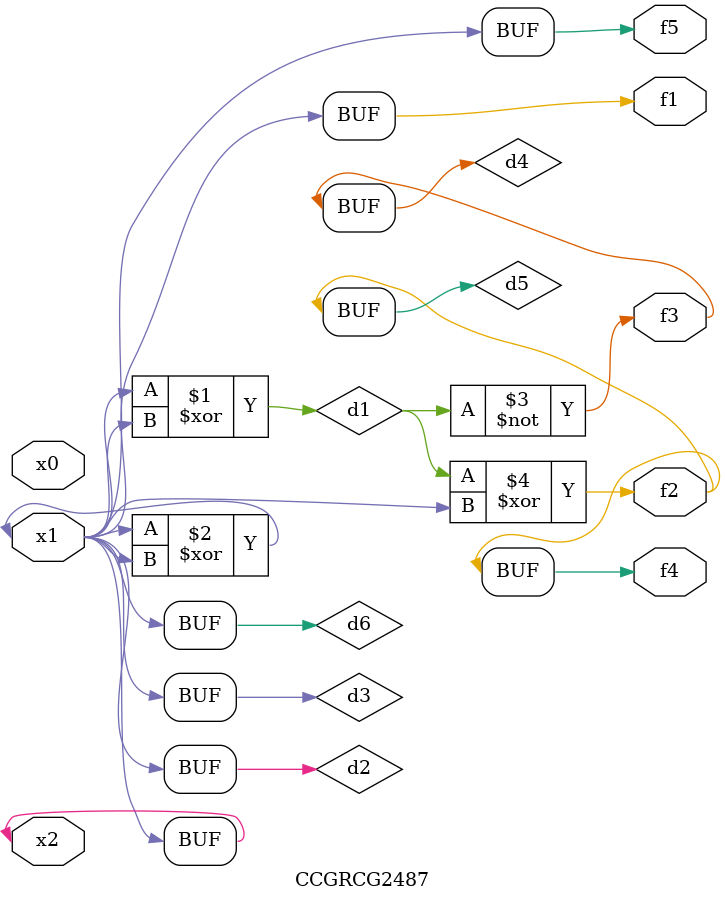
<source format=v>
module CCGRCG2487(
	input x0, x1, x2,
	output f1, f2, f3, f4, f5
);

	wire d1, d2, d3, d4, d5, d6;

	xor (d1, x1, x2);
	buf (d2, x1, x2);
	xor (d3, x1, x2);
	nor (d4, d1);
	xor (d5, d1, d2);
	buf (d6, d2, d3);
	assign f1 = d6;
	assign f2 = d5;
	assign f3 = d4;
	assign f4 = d5;
	assign f5 = d6;
endmodule

</source>
